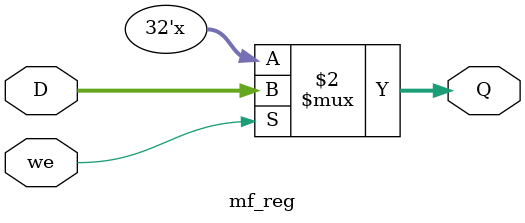
<source format=v>
`timescale 1ns / 1ps

module mf_reg(
    input wire  we,
    input wire [31:0] D,
    output reg [31:0] Q

    );
    
    always @ *
        case(we)
        1'b00: Q <= Q;
        1'b01: Q <= D;
    endcase
endmodule

</source>
